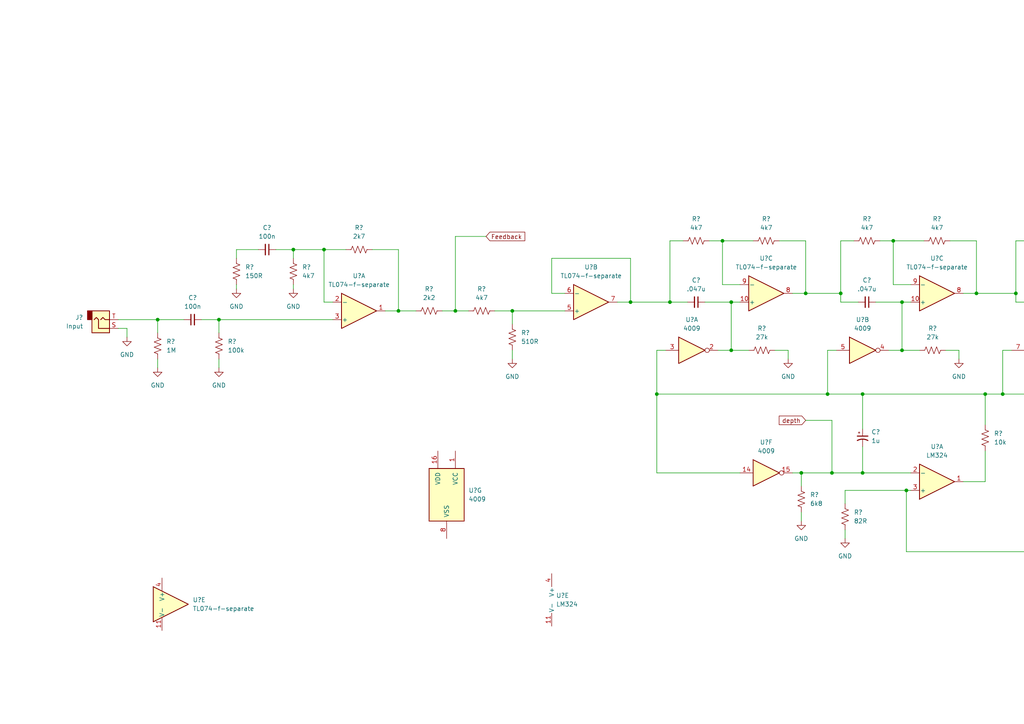
<source format=kicad_sch>
(kicad_sch (version 20211123) (generator eeschema)
  (paper "A4")
  (lib_symbols
    (symbol "00-cool_stuff:+9V" (power) (pin_names (offset 0))
      (property "Value" "+9V" (at 0 3.556 0))
      (symbol "+9V_0_1"
        (polyline (pts (xy -0.762 1.27) (xy 0 2.54)))
        (polyline (pts (xy 0 0) (xy 0 2.54)))
        (polyline (pts (xy 0 2.54) (xy 0.762 1.27)))
      )
      (symbol "+9V_1_1"
        (pin power_in line (at 0 0 90) (length 0) hide (name "+9V") (number "1"))
      )
    )
    (symbol "00-cool_stuff:0V" (power) (pin_names (offset 0))
      (property "Value" "0V" (at 0 -3.81 0))
      (symbol "0V_0_1"
        (polyline (pts (xy 0 0) (xy 0 -1.27) (xy 1.27 -1.27) (xy 0 -2.54) (xy -1.27 -1.27) (xy 0 -1.27)))
      )
      (symbol "0V_1_1"
        (pin power_in line (at 0 0 270) (length 0) hide (name "GND") (number "1"))
      )
    )
    (symbol "00-cool_stuff:NPN_EBC" (pin_names (offset 0) hide)
      (property "Reference" "Q" (at 5.08 1.27 0))
      (property "Value" "NPN_EBC" (at 5.08 -1.27 0))
      (symbol "NPN_EBC_0_1"
        (polyline (pts (xy 0.635 0.635) (xy 2.54 2.54)))
        (polyline (pts (xy 0.635 -0.635) (xy 2.54 -2.54) (xy 2.54 -2.54)))
        (polyline (pts (xy 0.635 1.905) (xy 0.635 -1.905) (xy 0.635 -1.905)) (stroke (width 0.508)))
        (polyline (pts (xy 1.27 -1.778) (xy 1.778 -1.27) (xy 2.286 -2.286) (xy 1.27 -1.778) (xy 1.27 -1.778)) (fill (type outline)))
        (circle (center 1.27 0) (radius 2.8194) (stroke (width 0.254)))
      )
      (symbol "NPN_EBC_1_1"
        (pin passive line (at 2.54 -5.08 90) (length 2.54) (name "E") (number "1"))
        (pin passive line (at -5.08 0 0) (length 5.715) (name "B") (number "2"))
        (pin passive line (at 2.54 5.08 270) (length 2.54) (name "C") (number "3"))
      )
    )
    (symbol "00-cool_stuff:TL074-f-separate" (pin_names (offset 0.1016))
      (property "Reference" "U" (at 1.27 3.81 0))
      (property "Value" "TL074-f-separate" (at 1.27 -3.81 0))
      (symbol "TL074-f-separate_0_1"
        (polyline (pts (xy -5.08 5.08) (xy 5.08 0) (xy -5.08 -5.08) (xy -5.08 5.08)) (stroke (width 0.254)) (fill (type background)))
      )
      (symbol "TL074-f-separate_1_1"
        (pin output line (at 7.62 0 180) (length 2.54) (name "~") (number "1"))
        (pin input line (at -7.62 2.54 0) (length 2.54) (name "-") (number "2"))
        (pin input line (at -7.62 -2.54 0) (length 2.54) (name "+") (number "3"))
      )
      (symbol "TL074-f-separate_2_1"
        (pin input line (at -7.62 -2.54 0) (length 2.54) (name "+") (number "5"))
        (pin input line (at -7.62 2.54 0) (length 2.54) (name "-") (number "6"))
        (pin output line (at 7.62 0 180) (length 2.54) (name "~") (number "7"))
      )
      (symbol "TL074-f-separate_3_1"
        (pin input line (at -7.62 -2.54 0) (length 2.54) (name "+") (number "10"))
        (pin output line (at 7.62 0 180) (length 2.54) (name "~") (number "8"))
        (pin input line (at -7.62 2.54 0) (length 2.54) (name "-") (number "9"))
      )
      (symbol "TL074-f-separate_4_1"
        (pin input line (at -7.62 -2.54 0) (length 2.54) (name "+") (number "12"))
        (pin input line (at -7.62 2.54 0) (length 2.54) (name "-") (number "13"))
        (pin output line (at 7.62 0 180) (length 2.54) (name "~") (number "14"))
      )
      (symbol "TL074-f-separate_5_1"
        (pin power_in line (at -2.54 -7.62 90) (length 3.81) (name "V-") (number "11"))
        (pin power_in line (at -2.54 7.62 270) (length 3.81) (name "V+") (number "4"))
      )
    )
    (symbol "00-cool_stuff:cap_polarized_small" (pin_numbers hide) (pin_names (offset 0.254) hide)
      (property "Reference" "C" (at 0.254 1.778 0))
      (property "Value" "cap_polarized_small" (at 0.254 -2.032 0))
      (symbol "cap_polarized_small_0_1"
        (polyline (pts (xy -1.524 0.508) (xy 1.524 0.508)) (stroke (width 0.3048)))
        (polyline (pts (xy -1.27 1.524) (xy -0.762 1.524)))
        (polyline (pts (xy -1.016 1.27) (xy -1.016 1.778)))
        (arc (start 1.524 -0.762) (mid 0 -0.3734) (end -1.524 -0.762) (stroke (width 0.3048)))
      )
      (symbol "cap_polarized_small_1_1"
        (pin passive line (at 0 2.54 270) (length 2.032) (name "~") (number "1"))
        (pin passive line (at 0 -2.54 90) (length 2.032) (name "~") (number "2"))
      )
    )
    (symbol "00-cool_stuff:cap_small" (pin_numbers hide) (pin_names (offset 0.254) hide)
      (property "Reference" "C" (at -1.27 2.54 0))
      (property "Value" "cap_small" (at -3.81 -2.54 0))
      (symbol "cap_small_0_1"
        (polyline (pts (xy -0.508 -1.524) (xy -0.508 1.524)) (stroke (width 0.3048)))
        (polyline (pts (xy 0.508 -1.524) (xy 0.508 1.524)) (stroke (width 0.3302)))
      )
      (symbol "cap_small_1_1"
        (pin passive line (at -2.54 0 0) (length 2.032) (name "~") (number "1"))
        (pin passive line (at 2.54 0 180) (length 2.032) (name "~") (number "2"))
      )
    )
    (symbol "00-cool_stuff:potentiometer" (pin_names (offset 1.016) hide)
      (property "Reference" "RV" (at -4.445 0 90))
      (property "Value" "potentiometer" (at -2.54 0 90))
      (property "Label" "Pot Label" (at 11.43 0 90))
      (symbol "potentiometer_0_1"
        (polyline (pts (xy 0 -2.286) (xy 0 -2.54)))
        (polyline (pts (xy 0 2.54) (xy 0 2.286)))
        (polyline (pts (xy 2.54 0) (xy 1.524 0)))
        (polyline (pts (xy 1.143 0) (xy 2.286 0.508) (xy 2.286 -0.508) (xy 1.143 0)) (fill (type outline)))
        (polyline (pts (xy 0 -0.762) (xy 1.016 -1.143) (xy 0 -1.524) (xy -1.016 -1.905) (xy 0 -2.286)))
        (polyline (pts (xy 0 0.762) (xy 1.016 0.381) (xy 0 0) (xy -1.016 -0.381) (xy 0 -0.762)))
        (polyline (pts (xy 0 2.286) (xy 1.016 1.905) (xy 0 1.524) (xy -1.016 1.143) (xy 0 0.762)))
      )
      (symbol "potentiometer_1_1"
        (pin passive line (at 0 3.81 270) (length 1.27) (name "1") (number "1"))
        (pin passive line (at 3.81 0 180) (length 1.27) (name "2") (number "2"))
        (pin passive line (at 0 -3.81 90) (length 1.27) (name "3") (number "3"))
      )
    )
    (symbol "00-cool_stuff:resistor" (pin_numbers hide) (pin_names (offset 0))
      (property "Reference" "R" (at -2.54 2.54 0))
      (property "Value" "resistor" (at -2.54 -2.54 0))
      (symbol "resistor_0_1"
        (polyline (pts (xy -4.826 0) (xy -5.08 0)))
        (polyline (pts (xy -0.254 0) (xy 0 0)))
        (polyline (pts (xy -4.826 0) (xy -4.445 1.016) (xy -4.064 0) (xy -3.683 -1.016) (xy -3.302 0)))
        (polyline (pts (xy -3.302 0) (xy -2.921 1.016) (xy -2.54 0) (xy -2.159 -1.016) (xy -1.778 0)))
        (polyline (pts (xy -1.778 0) (xy -1.397 1.016) (xy -1.016 0) (xy -0.635 -1.016) (xy -0.254 0)))
      )
      (symbol "resistor_1_1"
        (pin passive line (at -6.35 0 0) (length 1.27) (name "~") (number "1"))
        (pin passive line (at 1.27 0 180) (length 1.27) (name "~") (number "2"))
      )
    )
    (symbol "4xxx:4009" (pin_names (offset 1.016))
      (property "Reference" "U" (at 0 1.27 0))
      (property "Value" "4009" (at 0 -1.27 0))
      (symbol "4009_1_0"
        (polyline (pts (xy -3.81 3.81) (xy -3.81 -3.81) (xy 3.81 0) (xy -3.81 3.81)) (stroke (width 0.254)) (fill (type background)))
        (pin output inverted (at 7.62 0 180) (length 3.81) (name "~") (number "2"))
        (pin input line (at -7.62 0 0) (length 3.81) (name "~") (number "3"))
      )
      (symbol "4009_2_0"
        (polyline (pts (xy -3.81 3.81) (xy -3.81 -3.81) (xy 3.81 0) (xy -3.81 3.81)) (stroke (width 0.254)) (fill (type background)))
        (pin output inverted (at 7.62 0 180) (length 3.81) (name "~") (number "4"))
        (pin input line (at -7.62 0 0) (length 3.81) (name "~") (number "5"))
      )
      (symbol "4009_3_0"
        (polyline (pts (xy -3.81 3.81) (xy -3.81 -3.81) (xy 3.81 0) (xy -3.81 3.81)) (stroke (width 0.254)) (fill (type background)))
        (pin output inverted (at 7.62 0 180) (length 3.81) (name "~") (number "6"))
        (pin input line (at -7.62 0 0) (length 3.81) (name "~") (number "7"))
      )
      (symbol "4009_4_0"
        (polyline (pts (xy -3.81 3.81) (xy -3.81 -3.81) (xy 3.81 0) (xy -3.81 3.81)) (stroke (width 0.254)) (fill (type background)))
        (pin output inverted (at 7.62 0 180) (length 3.81) (name "~") (number "10"))
        (pin input line (at -7.62 0 0) (length 3.81) (name "~") (number "9"))
      )
      (symbol "4009_5_0"
        (polyline (pts (xy -3.81 3.81) (xy -3.81 -3.81) (xy 3.81 0) (xy -3.81 3.81)) (stroke (width 0.254)) (fill (type background)))
        (pin input line (at -7.62 0 0) (length 3.81) (name "~") (number "11"))
        (pin output inverted (at 7.62 0 180) (length 3.81) (name "~") (number "12"))
      )
      (symbol "4009_6_0"
        (polyline (pts (xy -3.81 3.81) (xy -3.81 -3.81) (xy 3.81 0) (xy -3.81 3.81)) (stroke (width 0.254)) (fill (type background)))
        (pin input line (at -7.62 0 0) (length 3.81) (name "~") (number "14"))
        (pin output inverted (at 7.62 0 180) (length 3.81) (name "~") (number "15"))
      )
      (symbol "4009_7_0"
        (pin power_in line (at 2.54 12.7 270) (length 5.08) (name "VCC") (number "1"))
        (pin power_in line (at -2.54 12.7 270) (length 5.08) (name "VDD") (number "16"))
        (pin power_in line (at 0 -12.7 90) (length 5.08) (name "VSS") (number "8"))
      )
      (symbol "4009_7_1"
        (rectangle (start -5.08 7.62) (end 5.08 -7.62) (stroke (width 0.254)) (fill (type background)))
      )
    )
    (symbol "Amplifier_Operational:LM324" (pin_names (offset 0.127))
      (property "Reference" "U" (at 0 5.08 0))
      (property "Value" "LM324" (at 0 -5.08 0))
      (symbol "LM324_1_1"
        (polyline (pts (xy -5.08 5.08) (xy 5.08 0) (xy -5.08 -5.08) (xy -5.08 5.08)) (stroke (width 0.254)) (fill (type background)))
        (pin output line (at 7.62 0 180) (length 2.54) (name "~") (number "1"))
        (pin input line (at -7.62 -2.54 0) (length 2.54) (name "-") (number "2"))
        (pin input line (at -7.62 2.54 0) (length 2.54) (name "+") (number "3"))
      )
      (symbol "LM324_2_1"
        (polyline (pts (xy -5.08 5.08) (xy 5.08 0) (xy -5.08 -5.08) (xy -5.08 5.08)) (stroke (width 0.254)) (fill (type background)))
        (pin input line (at -7.62 2.54 0) (length 2.54) (name "+") (number "5"))
        (pin input line (at -7.62 -2.54 0) (length 2.54) (name "-") (number "6"))
        (pin output line (at 7.62 0 180) (length 2.54) (name "~") (number "7"))
      )
      (symbol "LM324_3_1"
        (polyline (pts (xy -5.08 5.08) (xy 5.08 0) (xy -5.08 -5.08) (xy -5.08 5.08)) (stroke (width 0.254)) (fill (type background)))
        (pin input line (at -7.62 2.54 0) (length 2.54) (name "+") (number "10"))
        (pin output line (at 7.62 0 180) (length 2.54) (name "~") (number "8"))
        (pin input line (at -7.62 -2.54 0) (length 2.54) (name "-") (number "9"))
      )
      (symbol "LM324_4_1"
        (polyline (pts (xy -5.08 5.08) (xy 5.08 0) (xy -5.08 -5.08) (xy -5.08 5.08)) (stroke (width 0.254)) (fill (type background)))
        (pin input line (at -7.62 2.54 0) (length 2.54) (name "+") (number "12"))
        (pin input line (at -7.62 -2.54 0) (length 2.54) (name "-") (number "13"))
        (pin output line (at 7.62 0 180) (length 2.54) (name "~") (number "14"))
      )
      (symbol "LM324_5_1"
        (pin power_in line (at -2.54 -7.62 90) (length 3.81) (name "V-") (number "11"))
        (pin power_in line (at -2.54 7.62 270) (length 3.81) (name "V+") (number "4"))
      )
    )
    (symbol "Connector:AudioJack2"
      (property "Reference" "J" (at 0 8.89 0))
      (property "Value" "AudioJack2" (at 0 6.35 0))
      (symbol "AudioJack2_0_1"
        (rectangle (start -3.81 0) (end -2.54 -2.54) (stroke (width 0.254)) (fill (type outline)))
        (rectangle (start -2.54 3.81) (end 2.54 -2.54) (stroke (width 0.254)) (fill (type background)))
        (polyline (pts (xy 0 0) (xy 0.635 -0.635) (xy 1.27 0) (xy 2.54 0)) (stroke (width 0.254)))
        (polyline (pts (xy 2.54 2.54) (xy -0.635 2.54) (xy -0.635 0) (xy -1.27 -0.635) (xy -1.905 0)) (stroke (width 0.254)))
      )
      (symbol "AudioJack2_1_1"
        (pin passive line (at 5.08 2.54 180) (length 2.54) (name "~") (number "S"))
        (pin passive line (at 5.08 0 180) (length 2.54) (name "~") (number "T"))
      )
    )
  )
  (junction (at 233.68 85.09))
  (junction (at 334.01 85.09))
  (junction (at 63.5 92.71))
  (junction (at 240.03 114.3))
  (junction (at 261.62 101.6))
  (junction (at 115.57 90.17))
  (junction (at 344.17 85.09))
  (junction (at 259.08 69.85))
  (junction (at 384.81 130.81))
  (junction (at 148.59 90.17))
  (junction (at 194.31 87.63))
  (junction (at 480.06 85.09))
  (junction (at 461.01 50.8))
  (junction (at 212.09 101.6))
  (junction (at 340.36 114.3))
  (junction (at 212.09 87.63))
  (junction (at 326.39 157.48))
  (junction (at 433.07 85.09))
  (junction (at 411.48 87.63))
  (junction (at 576.58 82.55))
  (junction (at 290.83 114.3))
  (junction (at 534.67 50.8))
  (junction (at 359.41 69.85))
  (junction (at 509.27 50.8))
  (junction (at 312.42 101.6))
  (junction (at 262.89 142.24))
  (junction (at 190.5 114.3))
  (junction (at 132.08 90.17))
  (junction (at 557.53 82.55))
  (junction (at 478.79 50.8))
  (junction (at 393.7 85.09))
  (junction (at 85.09 72.39))
  (junction (at 361.95 101.6))
  (junction (at 408.94 69.85))
  (junction (at 303.53 142.24))
  (junction (at 549.91 50.8))
  (junction (at 443.23 85.09))
  (junction (at 359.41 140.97))
  (junction (at 309.88 69.85))
  (junction (at 361.95 87.63))
  (junction (at 209.55 69.85))
  (junction (at 261.62 87.63))
  (junction (at 182.88 87.63))
  (junction (at 232.41 137.16))
  (junction (at 383.54 85.09))
  (junction (at 283.21 85.09))
  (junction (at 294.64 85.09))
  (junction (at 250.19 114.3))
  (junction (at 509.27 82.55))
  (junction (at 93.98 72.39))
  (junction (at 384.81 143.51))
  (junction (at 389.89 114.3))
  (junction (at 285.75 114.3))
  (junction (at 312.42 87.63))
  (junction (at 411.48 101.6))
  (junction (at 45.72 92.71))
  (junction (at 243.84 85.09))
  (junction (at 241.3 137.16))
  (junction (at 250.19 137.16))
  (junction (at 402.59 143.51))
  (junction (at 421.64 143.51))
  (wire (pts (xy 317.5 142.24) (xy 326.39 142.24)))
  (wire (pts (xy 290.83 101.6) (xy 290.83 114.3)))
  (wire (pts (xy 303.53 142.24) (xy 312.42 142.24)))
  (wire (pts (xy 354.33 87.63) (xy 361.95 87.63)))
  (wire (pts (xy 361.95 87.63) (xy 364.49 87.63)))
  (wire (pts (xy 290.83 114.3) (xy 285.75 114.3)))
  (wire (pts (xy 384.81 130.81) (xy 384.81 124.46)))
  (wire (pts (xy 368.3 69.85) (xy 359.41 69.85)))
  (wire (pts (xy 247.65 69.85) (xy 243.84 69.85)))
  (wire (pts (xy 326.39 177.8) (xy 326.39 157.48)))
  (wire (pts (xy 245.11 153.67) (xy 245.11 156.21)))
  (wire (pts (xy 190.5 137.16) (xy 214.63 137.16)))
  (wire (pts (xy 359.41 124.46) (xy 359.41 140.97)))
  (wire (pts (xy 383.54 85.09) (xy 383.54 69.85)))
  (wire (pts (xy 132.08 90.17) (xy 135.89 90.17)))
  (wire (pts (xy 361.95 101.6) (xy 361.95 87.63)))
  (wire (pts (xy 480.06 85.09) (xy 480.06 90.17)))
  (wire (pts (xy 85.09 72.39) (xy 93.98 72.39)))
  (wire (pts (xy 312.42 101.6) (xy 317.5 101.6)))
  (wire (pts (xy 34.29 92.71) (xy 45.72 92.71)))
  (wire (pts (xy 448.31 50.8) (xy 443.23 50.8)))
  (wire (pts (xy 45.72 92.71) (xy 53.34 92.71)))
  (wire (pts (xy 549.91 66.04) (xy 549.91 59.69)))
  (wire (pts (xy 226.06 69.85) (xy 233.68 69.85)))
  (wire (pts (xy 344.17 69.85) (xy 344.17 85.09)))
  (wire (pts (xy 393.7 85.09) (xy 393.7 87.63)))
  (wire (pts (xy 565.15 88.9) (xy 565.15 86.36)))
  (wire (pts (xy 107.95 72.39) (xy 115.57 72.39)))
  (wire (pts (xy 283.21 85.09) (xy 283.21 69.85)))
  (wire (pts (xy 58.42 92.71) (xy 63.5 92.71)))
  (wire (pts (xy 218.44 69.85) (xy 209.55 69.85)))
  (wire (pts (xy 312.42 87.63) (xy 314.96 87.63)))
  (wire (pts (xy 303.53 130.81) (xy 332.74 130.81)))
  (wire (pts (xy 384.81 124.46) (xy 377.19 124.46)))
  (wire (pts (xy 421.64 130.81) (xy 421.64 143.51)))
  (wire (pts (xy 267.97 69.85) (xy 259.08 69.85)))
  (wire (pts (xy 179.07 87.63) (xy 182.88 87.63)))
  (wire (pts (xy 534.67 60.96) (xy 534.67 63.5)))
  (wire (pts (xy 384.81 143.51) (xy 384.81 157.48)))
  (wire (pts (xy 255.27 69.85) (xy 259.08 69.85)))
  (wire (pts (xy 397.51 143.51) (xy 402.59 143.51)))
  (wire (pts (xy 454.66 143.51) (xy 461.01 143.51)))
  (wire (pts (xy 209.55 82.55) (xy 214.63 82.55)))
  (wire (pts (xy 309.88 82.55) (xy 314.96 82.55)))
  (wire (pts (xy 36.83 95.25) (xy 34.29 95.25)))
  (wire (pts (xy 561.34 82.55) (xy 557.53 82.55)))
  (wire (pts (xy 378.46 101.6) (xy 374.65 101.6)))
  (wire (pts (xy 259.08 82.55) (xy 264.16 82.55)))
  (wire (pts (xy 359.41 69.85) (xy 359.41 82.55)))
  (wire (pts (xy 233.68 85.09) (xy 243.84 85.09)))
  (wire (pts (xy 261.62 101.6) (xy 261.62 87.63)))
  (wire (pts (xy 240.03 101.6) (xy 242.57 101.6)))
  (wire (pts (xy 392.43 101.6) (xy 389.89 101.6)))
  (wire (pts (xy 278.13 104.14) (xy 278.13 101.6)))
  (wire (pts (xy 250.19 137.16) (xy 264.16 137.16)))
  (wire (pts (xy 490.22 50.8) (xy 478.79 50.8)))
  (wire (pts (xy 381 138.43) (xy 384.81 138.43)))
  (wire (pts (xy 467.36 50.8) (xy 461.01 50.8)))
  (wire (pts (xy 557.53 88.9) (xy 565.15 88.9)))
  (wire (pts (xy 45.72 92.71) (xy 45.72 96.52)))
  (wire (pts (xy 509.27 50.8) (xy 516.89 50.8)))
  (wire (pts (xy 420.37 168.91) (xy 414.02 168.91)))
  (wire (pts (xy 212.09 101.6) (xy 217.17 101.6)))
  (wire (pts (xy 128.27 90.17) (xy 132.08 90.17)))
  (wire (pts (xy 407.67 101.6) (xy 411.48 101.6)))
  (wire (pts (xy 326.39 142.24) (xy 326.39 157.48)))
  (wire (pts (xy 68.58 82.55) (xy 68.58 83.82)))
  (wire (pts (xy 140.97 68.58) (xy 132.08 68.58)))
  (wire (pts (xy 359.41 82.55) (xy 364.49 82.55)))
  (wire (pts (xy 402.59 143.51) (xy 407.67 143.51)))
  (wire (pts (xy 232.41 137.16) (xy 232.41 140.97)))
  (wire (pts (xy 402.59 160.02) (xy 410.21 160.02)))
  (wire (pts (xy 293.37 101.6) (xy 290.83 101.6)))
  (wire (pts (xy 294.64 69.85) (xy 294.64 85.09)))
  (wire (pts (xy 393.7 69.85) (xy 393.7 85.09)))
  (wire (pts (xy 480.06 85.09) (xy 487.68 85.09)))
  (wire (pts (xy 194.31 69.85) (xy 194.31 87.63)))
  (wire (pts (xy 294.64 85.09) (xy 294.64 87.63)))
  (wire (pts (xy 361.95 101.6) (xy 367.03 101.6)))
  (wire (pts (xy 68.58 74.93) (xy 68.58 72.39)))
  (wire (pts (xy 425.45 69.85) (xy 433.07 69.85)))
  (wire (pts (xy 384.81 143.51) (xy 389.89 143.51)))
  (wire (pts (xy 190.5 101.6) (xy 190.5 114.3)))
  (wire (pts (xy 257.81 101.6) (xy 261.62 101.6)))
  (wire (pts (xy 80.01 72.39) (xy 85.09 72.39)))
  (wire (pts (xy 198.12 69.85) (xy 194.31 69.85)))
  (wire (pts (xy 411.48 101.6) (xy 416.56 101.6)))
  (wire (pts (xy 509.27 68.58) (xy 509.27 50.8)))
  (wire (pts (xy 233.68 85.09) (xy 233.68 69.85)))
  (wire (pts (xy 228.6 104.14) (xy 228.6 101.6)))
  (wire (pts (xy 328.93 101.6) (xy 325.12 101.6)))
  (wire (pts (xy 393.7 87.63) (xy 398.78 87.63)))
  (wire (pts (xy 233.68 121.92) (xy 241.3 121.92)))
  (wire (pts (xy 369.57 124.46) (xy 359.41 124.46)))
  (wire (pts (xy 384.81 138.43) (xy 384.81 130.81)))
  (wire (pts (xy 275.59 69.85) (xy 283.21 69.85)))
  (wire (pts (xy 524.51 82.55) (xy 557.53 82.55)))
  (wire (pts (xy 408.94 69.85) (xy 408.94 82.55)))
  (wire (pts (xy 389.89 114.3) (xy 340.36 114.3)))
  (wire (pts (xy 209.55 69.85) (xy 209.55 82.55)))
  (wire (pts (xy 262.89 160.02) (xy 307.34 160.02)))
  (wire (pts (xy 461.01 143.51) (xy 461.01 177.8)))
  (wire (pts (xy 334.01 85.09) (xy 334.01 69.85)))
  (wire (pts (xy 250.19 129.54) (xy 250.19 137.16)))
  (wire (pts (xy 194.31 87.63) (xy 199.39 87.63)))
  (wire (pts (xy 334.01 85.09) (xy 344.17 85.09)))
  (wire (pts (xy 478.79 50.8) (xy 478.79 80.01)))
  (wire (pts (xy 63.5 92.71) (xy 96.52 92.71)))
  (wire (pts (xy 241.3 121.92) (xy 241.3 137.16)))
  (wire (pts (xy 160.02 74.93) (xy 182.88 74.93)))
  (wire (pts (xy 557.53 82.55) (xy 557.53 88.9)))
  (wire (pts (xy 453.39 114.3) (xy 444.5 114.3)))
  (wire (pts (xy 243.84 87.63) (xy 248.92 87.63)))
  (wire (pts (xy 347.98 69.85) (xy 344.17 69.85)))
  (wire (pts (xy 303.53 154.94) (xy 303.53 142.24)))
  (wire (pts (xy 461.01 50.8) (xy 461.01 54.61)))
  (wire (pts (xy 351.79 140.97) (xy 359.41 140.97)))
  (wire (pts (xy 160.02 85.09) (xy 160.02 74.93)))
  (wire (pts (xy 389.89 101.6) (xy 389.89 114.3)))
  (wire (pts (xy 576.58 82.55) (xy 568.96 82.55)))
  (wire (pts (xy 328.93 104.14) (xy 328.93 101.6)))
  (wire (pts (xy 318.77 69.85) (xy 309.88 69.85)))
  (wire (pts (xy 509.27 82.55) (xy 509.27 76.2)))
  (wire (pts (xy 405.13 69.85) (xy 408.94 69.85)))
  (wire (pts (xy 303.53 142.24) (xy 303.53 130.81)))
  (wire (pts (xy 229.87 137.16) (xy 232.41 137.16)))
  (wire (pts (xy 549.91 54.61) (xy 549.91 50.8)))
  (wire (pts (xy 576.58 82.55) (xy 588.01 82.55)))
  (wire (pts (xy 384.81 157.48) (xy 351.79 157.48)))
  (wire (pts (xy 449.58 135.89) (xy 449.58 132.08)))
  (wire (pts (xy 402.59 143.51) (xy 402.59 160.02)))
  (wire (pts (xy 534.67 68.58) (xy 534.67 71.12)))
  (wire (pts (xy 241.3 137.16) (xy 250.19 137.16)))
  (wire (pts (xy 552.45 66.04) (xy 549.91 66.04)))
  (wire (pts (xy 278.13 101.6) (xy 274.32 101.6)))
  (wire (pts (xy 279.4 139.7) (xy 285.75 139.7)))
  (wire (pts (xy 379.73 85.09) (xy 383.54 85.09)))
  (wire (pts (xy 429.26 85.09) (xy 433.07 85.09)))
  (wire (pts (xy 259.08 69.85) (xy 259.08 82.55)))
  (wire (pts (xy 355.6 69.85) (xy 359.41 69.85)))
  (wire (pts (xy 427.99 101.6) (xy 424.18 101.6)))
  (wire (pts (xy 63.5 92.71) (xy 63.5 96.52)))
  (wire (pts (xy 148.59 101.6) (xy 148.59 104.14)))
  (wire (pts (xy 243.84 69.85) (xy 243.84 85.09)))
  (wire (pts (xy 472.44 50.8) (xy 478.79 50.8)))
  (wire (pts (xy 509.27 82.55) (xy 516.89 82.55)))
  (wire (pts (xy 143.51 90.17) (xy 148.59 90.17)))
  (wire (pts (xy 344.17 85.09) (xy 344.17 87.63)))
  (wire (pts (xy 212.09 87.63) (xy 214.63 87.63)))
  (wire (pts (xy 340.36 101.6) (xy 340.36 114.3)))
  (wire (pts (xy 254 87.63) (xy 261.62 87.63)))
  (wire (pts (xy 433.07 85.09) (xy 443.23 85.09)))
  (wire (pts (xy 285.75 114.3) (xy 285.75 123.19)))
  (wire (pts (xy 358.14 101.6) (xy 361.95 101.6)))
  (wire (pts (xy 100.33 72.39) (xy 93.98 72.39)))
  (wire (pts (xy 312.42 101.6) (xy 312.42 87.63)))
  (wire (pts (xy 294.64 87.63) (xy 299.72 87.63)))
  (wire (pts (xy 453.39 104.14) (xy 453.39 114.3)))
  (wire (pts (xy 279.4 85.09) (xy 283.21 85.09)))
  (wire (pts (xy 384.81 130.81) (xy 421.64 130.81)))
  (wire (pts (xy 411.48 87.63) (xy 414.02 87.63)))
  (wire (pts (xy 509.27 50.8) (xy 497.84 50.8)))
  (wire (pts (xy 132.08 68.58) (xy 132.08 90.17)))
  (wire (pts (xy 336.55 140.97) (xy 344.17 140.97)))
  (wire (pts (xy 478.79 80.01) (xy 487.68 80.01)))
  (wire (pts (xy 534.67 50.8) (xy 534.67 53.34)))
  (wire (pts (xy 326.39 157.48) (xy 322.58 157.48)))
  (wire (pts (xy 240.03 114.3) (xy 240.03 101.6)))
  (wire (pts (xy 472.44 85.09) (xy 480.06 85.09)))
  (wire (pts (xy 342.9 101.6) (xy 340.36 101.6)))
  (wire (pts (xy 229.87 85.09) (xy 233.68 85.09)))
  (wire (pts (xy 403.86 87.63) (xy 411.48 87.63)))
  (wire (pts (xy 193.04 101.6) (xy 190.5 101.6)))
  (wire (pts (xy 212.09 101.6) (xy 212.09 87.63)))
  (wire (pts (xy 549.91 50.8) (xy 562.61 50.8)))
  (wire (pts (xy 397.51 69.85) (xy 393.7 69.85)))
  (wire (pts (xy 111.76 90.17) (xy 115.57 90.17)))
  (wire (pts (xy 228.6 101.6) (xy 224.79 101.6)))
  (wire (pts (xy 480.06 97.79) (xy 480.06 101.6)))
  (wire (pts (xy 375.92 69.85) (xy 383.54 69.85)))
  (wire (pts (xy 340.36 114.3) (xy 290.83 114.3)))
  (wire (pts (xy 205.74 69.85) (xy 209.55 69.85)))
  (wire (pts (xy 326.39 157.48) (xy 344.17 157.48)))
  (wire (pts (xy 283.21 85.09) (xy 294.64 85.09)))
  (wire (pts (xy 261.62 101.6) (xy 266.7 101.6)))
  (wire (pts (xy 436.88 143.51) (xy 444.5 143.51)))
  (wire (pts (xy 421.64 143.51) (xy 415.29 143.51)))
  (wire (pts (xy 524.51 50.8) (xy 534.67 50.8)))
  (wire (pts (xy 417.83 69.85) (xy 408.94 69.85)))
  (wire (pts (xy 570.23 50.8) (xy 576.58 50.8)))
  (wire (pts (xy 63.5 104.14) (xy 63.5 106.68)))
  (wire (pts (xy 85.09 82.55) (xy 85.09 83.82)))
  (wire (pts (xy 85.09 74.93) (xy 85.09 72.39)))
  (wire (pts (xy 378.46 104.14) (xy 378.46 101.6)))
  (wire (pts (xy 250.19 114.3) (xy 240.03 114.3)))
  (wire (pts (xy 307.34 154.94) (xy 303.53 154.94)))
  (wire (pts (xy 182.88 87.63) (xy 194.31 87.63)))
  (wire (pts (xy 309.88 69.85) (xy 309.88 82.55)))
  (wire (pts (xy 389.89 114.3) (xy 436.88 114.3)))
  (wire (pts (xy 461.01 177.8) (xy 326.39 177.8)))
  (wire (pts (xy 45.72 104.14) (xy 45.72 106.68)))
  (wire (pts (xy 93.98 72.39) (xy 93.98 87.63)))
  (wire (pts (xy 190.5 114.3) (xy 240.03 114.3)))
  (wire (pts (xy 262.89 142.24) (xy 262.89 160.02)))
  (wire (pts (xy 208.28 101.6) (xy 212.09 101.6)))
  (wire (pts (xy 190.5 114.3) (xy 190.5 137.16)))
  (wire (pts (xy 414.02 168.91) (xy 414.02 163.83)))
  (wire (pts (xy 232.41 137.16) (xy 241.3 137.16)))
  (wire (pts (xy 381 143.51) (xy 384.81 143.51)))
  (wire (pts (xy 204.47 87.63) (xy 212.09 87.63)))
  (wire (pts (xy 93.98 87.63) (xy 96.52 87.63)))
  (wire (pts (xy 306.07 69.85) (xy 309.88 69.85)))
  (wire (pts (xy 68.58 72.39) (xy 74.93 72.39)))
  (wire (pts (xy 308.61 101.6) (xy 312.42 101.6)))
  (wire (pts (xy 359.41 140.97) (xy 365.76 140.97)))
  (wire (pts (xy 408.94 82.55) (xy 414.02 82.55)))
  (wire (pts (xy 115.57 90.17) (xy 120.65 90.17)))
  (wire (pts (xy 245.11 142.24) (xy 262.89 142.24)))
  (wire (pts (xy 443.23 85.09) (xy 467.36 85.09)))
  (wire (pts (xy 250.19 114.3) (xy 250.19 124.46)))
  (wire (pts (xy 262.89 142.24) (xy 264.16 142.24)))
  (wire (pts (xy 298.45 69.85) (xy 294.64 69.85)))
  (wire (pts (xy 461.01 62.23) (xy 461.01 63.5)))
  (wire (pts (xy 261.62 87.63) (xy 264.16 87.63)))
  (wire (pts (xy 243.84 85.09) (xy 243.84 87.63)))
  (wire (pts (xy 455.93 50.8) (xy 461.01 50.8)))
  (wire (pts (xy 411.48 101.6) (xy 411.48 87.63)))
  (wire (pts (xy 36.83 97.79) (xy 36.83 95.25)))
  (wire (pts (xy 576.58 50.8) (xy 576.58 82.55)))
  (wire (pts (xy 344.17 87.63) (xy 349.25 87.63)))
  (wire (pts (xy 421.64 143.51) (xy 429.26 143.51)))
  (wire (pts (xy 326.39 69.85) (xy 334.01 69.85)))
  (wire (pts (xy 285.75 139.7) (xy 285.75 130.81)))
  (wire (pts (xy 433.07 85.09) (xy 433.07 69.85)))
  (wire (pts (xy 304.8 87.63) (xy 312.42 87.63)))
  (wire (pts (xy 148.59 90.17) (xy 148.59 93.98)))
  (wire (pts (xy 245.11 146.05) (xy 245.11 142.24)))
  (wire (pts (xy 115.57 90.17) (xy 115.57 72.39)))
  (wire (pts (xy 148.59 90.17) (xy 163.83 90.17)))
  (wire (pts (xy 502.92 82.55) (xy 509.27 82.55)))
  (wire (pts (xy 232.41 148.59) (xy 232.41 151.13)))
  (wire (pts (xy 443.23 50.8) (xy 443.23 85.09)))
  (wire (pts (xy 285.75 114.3) (xy 250.19 114.3)))
  (wire (pts (xy 549.91 50.8) (xy 534.67 50.8)))
  (wire (pts (xy 182.88 74.93) (xy 182.88 87.63)))
  (wire (pts (xy 383.54 85.09) (xy 393.7 85.09)))
  (wire (pts (xy 330.2 85.09) (xy 334.01 85.09)))
  (wire (pts (xy 427.99 104.14) (xy 427.99 101.6)))
  (wire (pts (xy 336.55 134.62) (xy 336.55 140.97)))
  (wire (pts (xy 163.83 85.09) (xy 160.02 85.09)))
  (global_label "OUT" (shape input) (at 552.45 66.04 0) (property "Intersheet References" "${INTERSHEET_REFS}" (effects hide)))
  (global_label "Feedback" (shape input) (at 140.97 68.58 0) (property "Intersheet References" "${INTERSHEET_REFS}" (effects hide)))
  (global_label "depth" (shape input) (at 233.68 121.92 180) (property "Intersheet References" "${INTERSHEET_REFS}" (effects hide)))
  (global_label "FEEDBACK" (shape input) (at 588.01 82.55 0) (property "Intersheet References" "${INTERSHEET_REFS}" (effects hide)))
  (global_label "depth" (shape input) (at 420.37 168.91 0) (property "Intersheet References" "${INTERSHEET_REFS}" (effects hide)))
  (symbol (lib_id "00-cool_stuff:resistor") (at 304.8 69.85 0) (unit 1)
    (property "Reference" "R?" (at 302.26 63.5 0))
    (property "Value" "4k7" (at 302.26 66.04 0))
    (property "Footprint" "00-Mine:resistor-TH-10mm" (effects hide))
  )
  (symbol (lib_id "00-cool_stuff:resistor") (at 523.24 82.55 0) (unit 1)
    (property "Reference" "R?" (at 520.7 76.2 0))
    (property "Value" "1k" (at 520.7 78.74 0))
    (property "Footprint" "00-Mine:resistor-TH-10mm" (effects hide))
  )
  (symbol (lib_id "00-cool_stuff:+9V") (at 453.39 104.14 0) (unit 1)
    (property "Reference" "#PWR?" (effects hide))
    (property "Value" "+9V" (at 453.39 99.06 0))
  )
  (symbol (lib_id "00-cool_stuff:resistor") (at 63.5 97.79 90) (unit 1)
    (property "Reference" "R?" (at 66.04 99.0599 90) (effects (justify right)))
    (property "Value" "100k" (at 66.04 101.5999 90) (effects (justify right)))
    (property "Footprint" "00-Mine:resistor-TH-10mm" (effects hide))
  )
  (symbol (lib_id "4xxx:4009") (at 222.25 137.16 0) (unit 6)
    (property "Reference" "U?" (at 222.25 128.27 0))
    (property "Value" "4009" (at 222.25 130.81 0))
    (property "Datasheet" "http://www.sycelectronica.com.ar/semiconductores/CD4009.pdf" (effects hide))
  )
  (symbol (lib_id "00-cool_stuff:resistor") (at 224.79 69.85 0) (unit 1)
    (property "Reference" "R?" (at 222.25 63.5 0))
    (property "Value" "4k7" (at 222.25 66.04 0))
    (property "Footprint" "00-Mine:resistor-TH-10mm" (effects hide))
  )
  (symbol (lib_id "00-cool_stuff:resistor") (at 443.23 114.3 0) (unit 1)
    (property "Reference" "R?" (at 440.69 107.95 0))
    (property "Value" "10k" (at 440.69 110.49 0))
    (property "Footprint" "00-Mine:resistor-TH-10mm" (effects hide))
  )
  (symbol (lib_id "00-cool_stuff:resistor") (at 345.44 157.48 180) (unit 1)
    (property "Reference" "R?" (at 347.98 151.13 0))
    (property "Value" "27k" (at 347.98 153.67 0))
    (property "Footprint" "00-Mine:resistor-TH-10mm" (effects hide))
  )
  (symbol (lib_id "00-cool_stuff:resistor") (at 403.86 69.85 0) (unit 1)
    (property "Reference" "R?" (at 401.32 63.5 0))
    (property "Value" "4k7" (at 401.32 66.04 0))
    (property "Footprint" "00-Mine:resistor-TH-10mm" (effects hide))
  )
  (symbol (lib_id "00-cool_stuff:cap_polarized_small") (at 469.9 50.8 270) (unit 1)
    (property "Reference" "C?" (at 470.3318 44.45 90))
    (property "Value" "10u" (at 470.3318 46.99 90))
  )
  (symbol (lib_id "00-cool_stuff:resistor") (at 454.66 50.8 0) (unit 1)
    (property "Reference" "R?" (at 452.12 44.45 0))
    (property "Value" "470R" (at 452.12 46.99 0))
    (property "Footprint" "00-Mine:resistor-TH-10mm" (effects hide))
  )
  (symbol (lib_id "00-cool_stuff:resistor") (at 323.85 101.6 0) (unit 1)
    (property "Reference" "R?" (at 321.31 95.25 0))
    (property "Value" "27k" (at 321.31 97.79 0))
    (property "Footprint" "00-Mine:resistor-TH-10mm" (effects hide))
  )
  (symbol (lib_id "00-cool_stuff:TL074-f-separate") (at 171.45 87.63 0) (unit 2)
    (property "Reference" "U?" (at 171.45 77.47 0))
    (property "Value" "TL074-f-separate" (at 171.45 80.01 0))
    (property "Footprint" "00-Mine:DIP-14" (effects hide))
  )
  (symbol (lib_id "00-cool_stuff:cap_small") (at 251.46 87.63 180) (unit 1)
    (property "Reference" "C?" (at 251.4536 81.28 0))
    (property "Value" ".047u" (at 251.4536 83.82 0))
    (property "Footprint" "00-Mine:capacitor-TH-2.54mm_5mm" (effects hide))
  )
  (symbol (lib_id "00-cool_stuff:potentiometer") (at 336.55 130.81 270) (unit 1)
    (property "Reference" "RV?" (at 336.55 121.92 90))
    (property "Value" "100k" (at 336.55 124.46 90))
    (property "Label" "Rate" (at 336.55 127 90))
  )
  (symbol (lib_id "4xxx:4009") (at 350.52 101.6 0) (unit 4)
    (property "Reference" "U?" (at 350.52 92.71 0))
    (property "Value" "4009" (at 350.52 95.25 0))
    (property "Datasheet" "http://www.sycelectronica.com.ar/semiconductores/CD4009.pdf" (effects hide))
  )
  (symbol (lib_id "Amplifier_Operational:LM324") (at 314.96 157.48 0) (mirror x) (unit 2)
    (property "Reference" "U?" (at 314.96 147.32 0))
    (property "Value" "LM324" (at 314.96 149.86 0))
    (property "Datasheet" "http://www.ti.com/lit/ds/symlink/lm2902-n.pdf" (effects hide))
  )
  (symbol (lib_id "Amplifier_Operational:LM324") (at 373.38 140.97 180) (unit 3)
    (property "Reference" "U?" (at 373.38 130.81 0))
    (property "Value" "LM324" (at 373.38 133.35 0))
    (property "Datasheet" "http://www.ti.com/lit/ds/symlink/lm2902-n.pdf" (effects hide))
  )
  (symbol (lib_id "00-cool_stuff:resistor") (at 374.65 69.85 0) (unit 1)
    (property "Reference" "R?" (at 372.11 63.5 0))
    (property "Value" "4k7" (at 372.11 66.04 0))
    (property "Footprint" "00-Mine:resistor-TH-10mm" (effects hide))
  )
  (symbol (lib_id "00-cool_stuff:resistor") (at 85.09 76.2 90) (unit 1)
    (property "Reference" "R?" (at 87.63 77.4699 90) (effects (justify right)))
    (property "Value" "4k7" (at 87.63 80.0099 90) (effects (justify right)))
    (property "Footprint" "00-Mine:resistor-TH-10mm" (effects hide))
  )
  (symbol (lib_id "00-cool_stuff:TL074-f-separate") (at 322.58 85.09 0) (unit 3)
    (property "Reference" "U?" (at 322.58 74.93 0))
    (property "Value" "TL074-f-separate" (at 322.58 77.47 0))
    (property "Footprint" "00-Mine:DIP-14" (effects hide))
  )
  (symbol (lib_id "00-cool_stuff:0V") (at 228.6 104.14 0) (unit 1)
    (property "Reference" "#PWR?" (effects hide))
    (property "Value" "0V" (at 228.6 109.22 0))
  )
  (symbol (lib_id "00-cool_stuff:0V") (at 63.5 106.68 0) (unit 1)
    (property "Reference" "#PWR?" (effects hide))
    (property "Value" "0V" (at 63.5 111.76 0))
  )
  (symbol (lib_id "00-cool_stuff:resistor") (at 285.75 124.46 90) (unit 1)
    (property "Reference" "R?" (at 288.29 125.7299 90) (effects (justify right)))
    (property "Value" "10k" (at 288.29 128.2699 90) (effects (justify right)))
    (property "Footprint" "00-Mine:resistor-TH-10mm" (effects hide))
  )
  (symbol (lib_id "00-cool_stuff:0V") (at 427.99 104.14 0) (unit 1)
    (property "Reference" "#PWR?" (effects hide))
    (property "Value" "0V" (at 427.99 109.22 0))
  )
  (symbol (lib_id "00-cool_stuff:0V") (at 245.11 156.21 0) (unit 1)
    (property "Reference" "#PWR?" (effects hide))
    (property "Value" "0V" (at 245.11 161.29 0))
  )
  (symbol (lib_id "Connector:AudioJack2") (at 29.21 92.71 0) (mirror x) (unit 1)
    (property "Reference" "J?" (at 24.13 92.0749 0) (effects (justify right)))
    (property "Value" "Input" (at 24.13 94.6149 0) (effects (justify right)))
  )
  (symbol (lib_id "00-cool_stuff:TL074-f-separate") (at 49.53 175.26 0) (unit 5)
    (property "Reference" "U?" (at 55.88 173.9899 0) (effects (justify left)))
    (property "Value" "TL074-f-separate" (at 55.88 176.5299 0) (effects (justify left)))
    (property "Footprint" "00-Mine:DIP-14" (effects hide))
  )
  (symbol (lib_id "00-cool_stuff:TL074-f-separate") (at 222.25 85.09 0) (unit 3)
    (property "Reference" "U?" (at 222.25 74.93 0))
    (property "Value" "TL074-f-separate" (at 222.25 77.47 0))
    (property "Footprint" "00-Mine:DIP-14" (effects hide))
  )
  (symbol (lib_id "00-cool_stuff:resistor") (at 106.68 72.39 0) (unit 1)
    (property "Reference" "R?" (at 104.14 66.04 0))
    (property "Value" "2k7" (at 104.14 68.58 0))
    (property "Footprint" "00-Mine:resistor-TH-10mm" (effects hide))
  )
  (symbol (lib_id "00-cool_stuff:resistor") (at 142.24 90.17 0) (unit 1)
    (property "Reference" "R?" (at 139.7 83.82 0))
    (property "Value" "4k7" (at 139.7 86.36 0))
    (property "Footprint" "00-Mine:resistor-TH-10mm" (effects hide))
  )
  (symbol (lib_id "00-cool_stuff:resistor") (at 496.57 50.8 0) (unit 1)
    (property "Reference" "R?" (at 494.03 44.45 0))
    (property "Value" "4k7" (at 494.03 46.99 0))
    (property "Footprint" "00-Mine:resistor-TH-10mm" (effects hide))
  )
  (symbol (lib_id "00-cool_stuff:resistor") (at 370.84 124.46 180) (unit 1)
    (property "Reference" "R?" (at 373.38 118.11 0))
    (property "Value" "27k" (at 373.38 120.65 0))
    (property "Footprint" "00-Mine:resistor-TH-10mm" (effects hide))
  )
  (symbol (lib_id "00-cool_stuff:cap_small") (at 401.32 87.63 180) (unit 1)
    (property "Reference" "C?" (at 401.3136 81.28 0))
    (property "Value" ".047u" (at 401.3136 83.82 0))
    (property "Footprint" "00-Mine:capacitor-TH-2.54mm_5mm" (effects hide))
  )
  (symbol (lib_id "00-cool_stuff:0V") (at 278.13 104.14 0) (unit 1)
    (property "Reference" "#PWR?" (effects hide))
    (property "Value" "0V" (at 278.13 109.22 0))
  )
  (symbol (lib_id "00-cool_stuff:potentiometer") (at 565.15 82.55 270) (unit 1)
    (property "Reference" "RV?" (at 565.15 73.66 90))
    (property "Value" "100k" (at 565.15 76.2 90))
    (property "Label" "Feedback" (at 565.15 78.74 90))
  )
  (symbol (lib_id "00-cool_stuff:cap_polarized_small") (at 314.96 142.24 90) (mirror x) (unit 1)
    (property "Reference" "C?" (at 314.5282 135.89 90))
    (property "Value" "1u" (at 314.5282 138.43 90))
  )
  (symbol (lib_id "Amplifier_Operational:LM324") (at 271.78 139.7 0) (mirror x) (unit 1)
    (property "Reference" "U?" (at 271.78 129.54 0))
    (property "Value" "LM324" (at 271.78 132.08 0))
    (property "Datasheet" "http://www.ti.com/lit/ds/symlink/lm2902-n.pdf" (effects hide))
  )
  (symbol (lib_id "Amplifier_Operational:LM324") (at 162.56 173.99 0) (unit 5)
    (property "Reference" "U?" (at 161.29 172.7199 0) (effects (justify left)))
    (property "Value" "LM324" (at 161.29 175.2599 0) (effects (justify left)))
    (property "Datasheet" "http://www.ti.com/lit/ds/symlink/lm2902-n.pdf" (effects hide))
  )
  (symbol (lib_id "00-cool_stuff:resistor") (at 45.72 97.79 90) (unit 1)
    (property "Reference" "R?" (at 48.26 99.0599 90) (effects (justify right)))
    (property "Value" "1M" (at 48.26 101.5999 90) (effects (justify right)))
    (property "Footprint" "00-Mine:resistor-TH-10mm" (effects hide))
  )
  (symbol (lib_id "00-cool_stuff:cap_small") (at 201.93 87.63 180) (unit 1)
    (property "Reference" "C?" (at 201.9236 81.28 0))
    (property "Value" ".047u" (at 201.9236 83.82 0))
    (property "Footprint" "00-Mine:capacitor-TH-2.54mm_5mm" (effects hide))
  )
  (symbol (lib_id "00-cool_stuff:resistor") (at 127 90.17 0) (unit 1)
    (property "Reference" "R?" (at 124.46 83.82 0))
    (property "Value" "2k2" (at 124.46 86.36 0))
    (property "Footprint" "00-Mine:resistor-TH-10mm" (effects hide))
  )
  (symbol (lib_id "4xxx:4009") (at 200.66 101.6 0) (unit 1)
    (property "Reference" "U?" (at 200.66 92.71 0))
    (property "Value" "4009" (at 200.66 95.25 0))
    (property "Datasheet" "http://www.sycelectronica.com.ar/semiconductores/CD4009.pdf" (effects hide))
  )
  (symbol (lib_id "00-cool_stuff:resistor") (at 408.94 143.51 180) (unit 1)
    (property "Reference" "R?" (at 411.48 137.16 0))
    (property "Value" "27k" (at 411.48 139.7 0))
    (property "Footprint" "00-Mine:resistor-TH-10mm" (effects hide))
  )
  (symbol (lib_id "00-cool_stuff:resistor") (at 391.16 143.51 180) (unit 1)
    (property "Reference" "R?" (at 393.7 137.16 0))
    (property "Value" "27k" (at 393.7 139.7 0))
    (property "Footprint" "00-Mine:resistor-TH-10mm" (effects hide))
  )
  (symbol (lib_id "00-cool_stuff:resistor") (at 325.12 69.85 0) (unit 1)
    (property "Reference" "R?" (at 322.58 63.5 0))
    (property "Value" "4k7" (at 322.58 66.04 0))
    (property "Footprint" "00-Mine:resistor-TH-10mm" (effects hide))
  )
  (symbol (lib_id "00-cool_stuff:0V") (at 461.01 63.5 0) (unit 1)
    (property "Reference" "#PWR?" (effects hide))
    (property "Value" "0V" (at 461.01 68.58 0))
  )
  (symbol (lib_id "00-cool_stuff:0V") (at 534.67 71.12 0) (unit 1)
    (property "Reference" "#PWR?" (effects hide))
    (property "Value" "0V" (at 534.67 76.2 0))
  )
  (symbol (lib_id "00-cool_stuff:0V") (at 36.83 97.79 0) (unit 1)
    (property "Reference" "#PWR?" (effects hide))
    (property "Value" "0V" (at 36.83 102.87 0))
  )
  (symbol (lib_id "Amplifier_Operational:LM324") (at 501.65 129.54 0) (mirror x) (unit 4)
    (property "Reference" "U?" (at 501.65 119.38 0))
    (property "Value" "LM324" (at 501.65 121.92 0))
    (property "Datasheet" "http://www.ti.com/lit/ds/symlink/lm2902-n.pdf" (effects hide))
  )
  (symbol (lib_id "00-cool_stuff:cap_small") (at 534.67 66.04 270) (unit 1)
    (property "Reference" "C?" (at 537.21 64.7762 90) (effects (justify left)))
    (property "Value" ".047u" (at 537.21 67.3162 90) (effects (justify left)))
    (property "Footprint" "00-Mine:capacitor-TH-2.54mm_5mm" (effects hide))
  )
  (symbol (lib_id "00-cool_stuff:cap_small") (at 549.91 57.15 270) (unit 1)
    (property "Reference" "C?" (at 552.45 55.8862 90) (effects (justify left)))
    (property "Value" ".01u" (at 552.45 58.4262 90) (effects (justify left)))
    (property "Footprint" "00-Mine:capacitor-TH-2.54mm_5mm" (effects hide))
  )
  (symbol (lib_id "00-cool_stuff:resistor") (at 373.38 101.6 0) (unit 1)
    (property "Reference" "R?" (at 370.84 95.25 0))
    (property "Value" "27k" (at 370.84 97.79 0))
    (property "Footprint" "00-Mine:resistor-TH-10mm" (effects hide))
  )
  (symbol (lib_id "00-cool_stuff:resistor") (at 232.41 142.24 90) (unit 1)
    (property "Reference" "R?" (at 234.95 143.5099 90) (effects (justify right)))
    (property "Value" "6k8" (at 234.95 146.0499 90) (effects (justify right)))
    (property "Footprint" "00-Mine:resistor-TH-10mm" (effects hide))
  )
  (symbol (lib_id "00-cool_stuff:TL074-f-separate") (at 104.14 90.17 0) (unit 1)
    (property "Reference" "U?" (at 104.14 80.01 0))
    (property "Value" "TL074-f-separate" (at 104.14 82.55 0))
    (property "Footprint" "00-Mine:DIP-14" (effects hide))
  )
  (symbol (lib_id "00-cool_stuff:cap_small") (at 77.47 72.39 180) (unit 1)
    (property "Reference" "C?" (at 77.4636 66.04 0))
    (property "Value" "100n" (at 77.4636 68.58 0))
    (property "Footprint" "00-Mine:capacitor-TH-2.54mm_5mm" (effects hide))
  )
  (symbol (lib_id "00-cool_stuff:resistor") (at 430.53 143.51 180) (unit 1)
    (property "Reference" "R?" (at 433.07 137.16 0))
    (property "Value" "6k8" (at 433.07 139.7 0))
    (property "Footprint" "00-Mine:resistor-TH-10mm" (effects hide))
  )
  (symbol (lib_id "00-cool_stuff:resistor") (at 204.47 69.85 0) (unit 1)
    (property "Reference" "R?" (at 201.93 63.5 0))
    (property "Value" "4k7" (at 201.93 66.04 0))
    (property "Footprint" "00-Mine:resistor-TH-10mm" (effects hide))
  )
  (symbol (lib_id "4xxx:4009") (at 300.99 101.6 0) (unit 3)
    (property "Reference" "U?" (at 300.99 92.71 0))
    (property "Value" "4009" (at 300.99 95.25 0))
    (property "Datasheet" "http://www.sycelectronica.com.ar/semiconductores/CD4009.pdf" (effects hide))
  )
  (symbol (lib_id "00-cool_stuff:resistor") (at 148.59 95.25 90) (unit 1)
    (property "Reference" "R?" (at 151.13 96.5199 90) (effects (justify right)))
    (property "Value" "510R" (at 151.13 99.0599 90) (effects (justify right)))
    (property "Footprint" "00-Mine:resistor-TH-10mm" (effects hide))
  )
  (symbol (lib_id "00-cool_stuff:resistor") (at 254 69.85 0) (unit 1)
    (property "Reference" "R?" (at 251.46 63.5 0))
    (property "Value" "4k7" (at 251.46 66.04 0))
    (property "Footprint" "00-Mine:resistor-TH-10mm" (effects hide))
  )
  (symbol (lib_id "00-cool_stuff:resistor") (at 245.11 147.32 90) (unit 1)
    (property "Reference" "R?" (at 247.65 148.5899 90) (effects (justify right)))
    (property "Value" "82R" (at 247.65 151.1299 90) (effects (justify right)))
    (property "Footprint" "00-Mine:resistor-TH-10mm" (effects hide))
  )
  (symbol (lib_id "00-cool_stuff:resistor") (at 480.06 91.44 90) (unit 1)
    (property "Reference" "R?" (at 482.6 92.7099 90) (effects (justify right)))
    (property "Value" "3k3" (at 482.6 95.2499 90) (effects (justify right)))
    (property "Footprint" "00-Mine:resistor-TH-10mm" (effects hide))
  )
  (symbol (lib_id "00-cool_stuff:cap_small") (at 469.9 85.09 180) (unit 1)
    (property "Reference" "C?" (at 469.8936 78.74 0))
    (property "Value" ".047u" (at 469.8936 81.28 0))
    (property "Footprint" "00-Mine:capacitor-TH-2.54mm_5mm" (effects hide))
  )
  (symbol (lib_id "00-cool_stuff:resistor") (at 273.05 101.6 0) (unit 1)
    (property "Reference" "R?" (at 270.51 95.25 0))
    (property "Value" "27k" (at 270.51 97.79 0))
    (property "Footprint" "00-Mine:resistor-TH-10mm" (effects hide))
  )
  (symbol (lib_id "00-cool_stuff:resistor") (at 568.96 50.8 0) (unit 1)
    (property "Reference" "R?" (at 566.42 44.45 0))
    (property "Value" "4k7" (at 566.42 46.99 0))
    (property "Footprint" "00-Mine:resistor-TH-10mm" (effects hide))
  )
  (symbol (lib_id "00-cool_stuff:0V") (at 328.93 104.14 0) (unit 1)
    (property "Reference" "#PWR?" (effects hide))
    (property "Value" "0V" (at 328.93 109.22 0))
  )
  (symbol (lib_id "00-cool_stuff:resistor") (at 345.44 140.97 180) (unit 1)
    (property "Reference" "R?" (at 347.98 134.62 0))
    (property "Value" "2k7" (at 347.98 137.16 0))
    (property "Footprint" "00-Mine:resistor-TH-10mm" (effects hide))
  )
  (symbol (lib_id "00-cool_stuff:resistor") (at 534.67 54.61 90) (unit 1)
    (property "Reference" "R?" (at 537.21 55.8799 90) (effects (justify right)))
    (property "Value" "330R" (at 537.21 58.4199 90) (effects (justify right)))
    (property "Footprint" "00-Mine:resistor-TH-10mm" (effects hide))
  )
  (symbol (lib_id "00-cool_stuff:resistor") (at 422.91 101.6 0) (unit 1)
    (property "Reference" "R?" (at 420.37 95.25 0))
    (property "Value" "27k" (at 420.37 97.79 0))
    (property "Footprint" "00-Mine:resistor-TH-10mm" (effects hide))
  )
  (symbol (lib_id "00-cool_stuff:resistor") (at 509.27 69.85 90) (unit 1)
    (property "Reference" "R?" (at 511.81 71.1199 90) (effects (justify right)))
    (property "Value" "1k" (at 511.81 73.6599 90) (effects (justify right)))
    (property "Footprint" "00-Mine:resistor-TH-10mm" (effects hide))
  )
  (symbol (lib_id "00-cool_stuff:cap_polarized_small") (at 250.19 127 0) (unit 1)
    (property "Reference" "C?" (at 252.73 125.2981 0) (effects (justify left)))
    (property "Value" "1u" (at 252.73 127.8381 0) (effects (justify left)))
  )
  (symbol (lib_id "00-cool_stuff:0V") (at 232.41 151.13 0) (unit 1)
    (property "Reference" "#PWR?" (effects hide))
    (property "Value" "0V" (at 232.41 156.21 0))
  )
  (symbol (lib_id "00-cool_stuff:TL074-f-separate") (at 421.64 85.09 0) (unit 3)
    (property "Reference" "U?" (at 421.64 74.93 0))
    (property "Value" "TL074-f-separate" (at 421.64 77.47 0))
    (property "Footprint" "00-Mine:DIP-14" (effects hide))
  )
  (symbol (lib_id "00-cool_stuff:0V") (at 45.72 106.68 0) (unit 1)
    (property "Reference" "#PWR?" (effects hide))
    (property "Value" "0V" (at 45.72 111.76 0))
  )
  (symbol (lib_id "4xxx:4009") (at 400.05 101.6 0) (unit 5)
    (property "Reference" "U?" (at 400.05 92.71 0))
    (property "Value" "4009" (at 400.05 95.25 0))
    (property "Datasheet" "http://www.sycelectronica.com.ar/semiconductores/CD4009.pdf" (effects hide))
  )
  (symbol (lib_id "00-cool_stuff:0V") (at 480.06 101.6 0) (unit 1)
    (property "Reference" "#PWR?" (effects hide))
    (property "Value" "0V" (at 480.06 106.68 0))
  )
  (symbol (lib_id "00-cool_stuff:0V") (at 85.09 83.82 0) (unit 1)
    (property "Reference" "#PWR?" (effects hide))
    (property "Value" "0V" (at 85.09 88.9 0))
  )
  (symbol (lib_id "00-cool_stuff:TL074-f-separate") (at 372.11 85.09 0) (unit 3)
    (property "Reference" "U?" (at 372.11 74.93 0))
    (property "Value" "TL074-f-separate" (at 372.11 77.47 0))
    (property "Footprint" "00-Mine:DIP-14" (effects hide))
  )
  (symbol (lib_id "00-cool_stuff:resistor") (at 68.58 76.2 90) (unit 1)
    (property "Reference" "R?" (at 71.12 77.4699 90) (effects (justify right)))
    (property "Value" "150R" (at 71.12 80.0099 90) (effects (justify right)))
    (property "Footprint" "00-Mine:resistor-TH-10mm" (effects hide))
  )
  (symbol (lib_id "00-cool_stuff:TL074-f-separate") (at 495.3 82.55 0) (unit 4)
    (property "Reference" "U?" (at 495.3 72.39 0))
    (property "Value" "TL074-f-separate" (at 495.3 74.93 0))
    (property "Footprint" "00-Mine:DIP-14" (effects hide))
  )
  (symbol (lib_id "00-cool_stuff:potentiometer") (at 414.02 160.02 270) (unit 1)
    (property "Reference" "RV?" (at 414.02 151.13 90))
    (property "Value" "B100k" (at 414.02 153.67 90))
    (property "Label" "Depth" (at 414.02 156.21 90))
  )
  (symbol (lib_id "4xxx:4009") (at 250.19 101.6 0) (unit 2)
    (property "Reference" "U?" (at 250.19 92.71 0))
    (property "Value" "4009" (at 250.19 95.25 0))
    (property "Datasheet" "http://www.sycelectronica.com.ar/semiconductores/CD4009.pdf" (effects hide))
  )
  (symbol (lib_id "00-cool_stuff:0V") (at 68.58 83.82 0) (unit 1)
    (property "Reference" "#PWR?" (effects hide))
    (property "Value" "0V" (at 68.58 88.9 0))
  )
  (symbol (lib_id "00-cool_stuff:resistor") (at 461.01 55.88 90) (unit 1)
    (property "Reference" "R?" (at 463.55 57.1499 90) (effects (justify right)))
    (property "Value" "510R" (at 463.55 59.6899 90) (effects (justify right)))
    (property "Footprint" "00-Mine:resistor-TH-10mm" (effects hide))
  )
  (symbol (lib_id "00-cool_stuff:cap_small") (at 302.26 87.63 180) (unit 1)
    (property "Reference" "C?" (at 302.2536 81.28 0))
    (property "Value" ".047u" (at 302.2536 83.82 0))
    (property "Footprint" "00-Mine:capacitor-TH-2.54mm_5mm" (effects hide))
  )
  (symbol (lib_id "00-cool_stuff:resistor") (at 424.18 69.85 0) (unit 1)
    (property "Reference" "R?" (at 421.64 63.5 0))
    (property "Value" "4k7" (at 421.64 66.04 0))
    (property "Footprint" "00-Mine:resistor-TH-10mm" (effects hide))
  )
  (symbol (lib_id "00-cool_stuff:NPN_EBC") (at 449.58 140.97 90) (mirror x) (unit 1)
    (property "Reference" "Q?" (at 449.58 147.32 90))
    (property "Value" "NPN_EBC" (at 449.58 149.86 90))
    (property "Footprint" "00-Mine:TO-92_HandSolder" (effects hide))
  )
  (symbol (lib_id "00-cool_stuff:resistor") (at 223.52 101.6 0) (unit 1)
    (property "Reference" "R?" (at 220.98 95.25 0))
    (property "Value" "27k" (at 220.98 97.79 0))
    (property "Footprint" "00-Mine:resistor-TH-10mm" (effects hide))
  )
  (symbol (lib_id "00-cool_stuff:cap_small") (at 55.88 92.71 0) (unit 1)
    (property "Reference" "C?" (at 55.8863 86.36 0))
    (property "Value" "100n" (at 55.8863 88.9 0))
    (property "Footprint" "00-Mine:capacitor-TH-2.54mm_5mm" (effects hide))
  )
  (symbol (lib_id "00-cool_stuff:0V") (at 378.46 104.14 0) (unit 1)
    (property "Reference" "#PWR?" (effects hide))
    (property "Value" "0V" (at 378.46 109.22 0))
  )
  (symbol (lib_id "4xxx:4009") (at 129.54 143.51 0) (unit 7)
    (property "Reference" "U?" (at 135.89 142.2399 0) (effects (justify left)))
    (property "Value" "4009" (at 135.89 144.7799 0) (effects (justify left)))
    (property "Datasheet" "http://www.sycelectronica.com.ar/semiconductores/CD4009.pdf" (effects hide))
  )
  (symbol (lib_id "00-cool_stuff:resistor") (at 274.32 69.85 0) (unit 1)
    (property "Reference" "R?" (at 271.78 63.5 0))
    (property "Value" "4k7" (at 271.78 66.04 0))
    (property "Footprint" "00-Mine:resistor-TH-10mm" (effects hide))
  )
  (symbol (lib_id "00-cool_stuff:TL074-f-separate") (at 271.78 85.09 0) (unit 3)
    (property "Reference" "U?" (at 271.78 74.93 0))
    (property "Value" "TL074-f-separate" (at 271.78 77.47 0))
    (property "Footprint" "00-Mine:DIP-14" (effects hide))
  )
  (symbol (lib_id "00-cool_stuff:0V") (at 148.59 104.14 0) (unit 1)
    (property "Reference" "#PWR?" (effects hide))
    (property "Value" "0V" (at 148.59 109.22 0))
  )
  (symbol (lib_id "00-cool_stuff:resistor") (at 523.24 50.8 0) (unit 1)
    (property "Reference" "R?" (at 520.7 44.45 0))
    (property "Value" "4k7" (at 520.7 46.99 0))
    (property "Footprint" "00-Mine:resistor-TH-10mm" (effects hide))
  )
  (symbol (lib_id "00-cool_stuff:cap_small") (at 351.79 87.63 180) (unit 1)
    (property "Reference" "C?" (at 351.7836 81.28 0))
    (property "Value" ".047u" (at 351.7836 83.82 0))
    (property "Footprint" "00-Mine:capacitor-TH-2.54mm_5mm" (effects hide))
  )
  (symbol (lib_id "00-cool_stuff:resistor") (at 354.33 69.85 0) (unit 1)
    (property "Reference" "R?" (at 351.79 63.5 0))
    (property "Value" "4k7" (at 351.79 66.04 0))
    (property "Footprint" "00-Mine:resistor-TH-10mm" (effects hide))
  )
)
</source>
